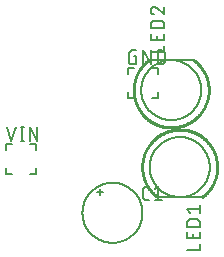
<source format=gbr>
G04 EAGLE Gerber X2 export*
%TF.Part,Single*%
%TF.FileFunction,Legend,Top,1*%
%TF.FilePolarity,Positive*%
%TF.GenerationSoftware,Autodesk,EAGLE,8.6.3*%
%TF.CreationDate,2018-02-24T21:50:36Z*%
G75*
%MOMM*%
%FSLAX34Y34*%
%LPD*%
%AMOC8*
5,1,8,0,0,1.08239X$1,22.5*%
G01*
%ADD10C,0.152400*%
%ADD11C,0.127000*%
%ADD12C,0.203200*%
%ADD13C,0.254000*%


D10*
X-10972Y-28644D02*
X-5892Y-28644D01*
X-8432Y-31184D02*
X-8432Y-26104D01*
X-23672Y-46424D02*
X-23664Y-45801D01*
X-23641Y-45178D01*
X-23603Y-44555D01*
X-23550Y-43934D01*
X-23481Y-43315D01*
X-23397Y-42697D01*
X-23298Y-42082D01*
X-23184Y-41469D01*
X-23055Y-40859D01*
X-22911Y-40252D01*
X-22752Y-39649D01*
X-22578Y-39051D01*
X-22390Y-38456D01*
X-22187Y-37867D01*
X-21970Y-37283D01*
X-21739Y-36704D01*
X-21493Y-36131D01*
X-21233Y-35564D01*
X-20960Y-35004D01*
X-20673Y-34451D01*
X-20372Y-33904D01*
X-20058Y-33366D01*
X-19731Y-32835D01*
X-19391Y-32313D01*
X-19039Y-31798D01*
X-18673Y-31293D01*
X-18296Y-30797D01*
X-17906Y-30310D01*
X-17505Y-29833D01*
X-17092Y-29366D01*
X-16668Y-28910D01*
X-16233Y-28463D01*
X-15786Y-28028D01*
X-15330Y-27604D01*
X-14863Y-27191D01*
X-14386Y-26790D01*
X-13899Y-26400D01*
X-13403Y-26023D01*
X-12898Y-25657D01*
X-12383Y-25305D01*
X-11861Y-24965D01*
X-11330Y-24638D01*
X-10792Y-24324D01*
X-10245Y-24023D01*
X-9692Y-23736D01*
X-9132Y-23463D01*
X-8565Y-23203D01*
X-7992Y-22957D01*
X-7413Y-22726D01*
X-6829Y-22509D01*
X-6240Y-22306D01*
X-5645Y-22118D01*
X-5047Y-21944D01*
X-4444Y-21785D01*
X-3837Y-21641D01*
X-3227Y-21512D01*
X-2614Y-21398D01*
X-1999Y-21299D01*
X-1381Y-21215D01*
X-762Y-21146D01*
X-141Y-21093D01*
X482Y-21055D01*
X1105Y-21032D01*
X1728Y-21024D01*
X2351Y-21032D01*
X2974Y-21055D01*
X3597Y-21093D01*
X4218Y-21146D01*
X4837Y-21215D01*
X5455Y-21299D01*
X6070Y-21398D01*
X6683Y-21512D01*
X7293Y-21641D01*
X7900Y-21785D01*
X8503Y-21944D01*
X9101Y-22118D01*
X9696Y-22306D01*
X10285Y-22509D01*
X10869Y-22726D01*
X11448Y-22957D01*
X12021Y-23203D01*
X12588Y-23463D01*
X13148Y-23736D01*
X13701Y-24023D01*
X14248Y-24324D01*
X14786Y-24638D01*
X15317Y-24965D01*
X15839Y-25305D01*
X16354Y-25657D01*
X16859Y-26023D01*
X17355Y-26400D01*
X17842Y-26790D01*
X18319Y-27191D01*
X18786Y-27604D01*
X19242Y-28028D01*
X19689Y-28463D01*
X20124Y-28910D01*
X20548Y-29366D01*
X20961Y-29833D01*
X21362Y-30310D01*
X21752Y-30797D01*
X22129Y-31293D01*
X22495Y-31798D01*
X22847Y-32313D01*
X23187Y-32835D01*
X23514Y-33366D01*
X23828Y-33904D01*
X24129Y-34451D01*
X24416Y-35004D01*
X24689Y-35564D01*
X24949Y-36131D01*
X25195Y-36704D01*
X25426Y-37283D01*
X25643Y-37867D01*
X25846Y-38456D01*
X26034Y-39051D01*
X26208Y-39649D01*
X26367Y-40252D01*
X26511Y-40859D01*
X26640Y-41469D01*
X26754Y-42082D01*
X26853Y-42697D01*
X26937Y-43315D01*
X27006Y-43934D01*
X27059Y-44555D01*
X27097Y-45178D01*
X27120Y-45801D01*
X27128Y-46424D01*
X27120Y-47047D01*
X27097Y-47670D01*
X27059Y-48293D01*
X27006Y-48914D01*
X26937Y-49533D01*
X26853Y-50151D01*
X26754Y-50766D01*
X26640Y-51379D01*
X26511Y-51989D01*
X26367Y-52596D01*
X26208Y-53199D01*
X26034Y-53797D01*
X25846Y-54392D01*
X25643Y-54981D01*
X25426Y-55565D01*
X25195Y-56144D01*
X24949Y-56717D01*
X24689Y-57284D01*
X24416Y-57844D01*
X24129Y-58397D01*
X23828Y-58944D01*
X23514Y-59482D01*
X23187Y-60013D01*
X22847Y-60535D01*
X22495Y-61050D01*
X22129Y-61555D01*
X21752Y-62051D01*
X21362Y-62538D01*
X20961Y-63015D01*
X20548Y-63482D01*
X20124Y-63938D01*
X19689Y-64385D01*
X19242Y-64820D01*
X18786Y-65244D01*
X18319Y-65657D01*
X17842Y-66058D01*
X17355Y-66448D01*
X16859Y-66825D01*
X16354Y-67191D01*
X15839Y-67543D01*
X15317Y-67883D01*
X14786Y-68210D01*
X14248Y-68524D01*
X13701Y-68825D01*
X13148Y-69112D01*
X12588Y-69385D01*
X12021Y-69645D01*
X11448Y-69891D01*
X10869Y-70122D01*
X10285Y-70339D01*
X9696Y-70542D01*
X9101Y-70730D01*
X8503Y-70904D01*
X7900Y-71063D01*
X7293Y-71207D01*
X6683Y-71336D01*
X6070Y-71450D01*
X5455Y-71549D01*
X4837Y-71633D01*
X4218Y-71702D01*
X3597Y-71755D01*
X2974Y-71793D01*
X2351Y-71816D01*
X1728Y-71824D01*
X1105Y-71816D01*
X482Y-71793D01*
X-141Y-71755D01*
X-762Y-71702D01*
X-1381Y-71633D01*
X-1999Y-71549D01*
X-2614Y-71450D01*
X-3227Y-71336D01*
X-3837Y-71207D01*
X-4444Y-71063D01*
X-5047Y-70904D01*
X-5645Y-70730D01*
X-6240Y-70542D01*
X-6829Y-70339D01*
X-7413Y-70122D01*
X-7992Y-69891D01*
X-8565Y-69645D01*
X-9132Y-69385D01*
X-9692Y-69112D01*
X-10245Y-68825D01*
X-10792Y-68524D01*
X-11330Y-68210D01*
X-11861Y-67883D01*
X-12383Y-67543D01*
X-12898Y-67191D01*
X-13403Y-66825D01*
X-13899Y-66448D01*
X-14386Y-66058D01*
X-14863Y-65657D01*
X-15330Y-65244D01*
X-15786Y-64820D01*
X-16233Y-64385D01*
X-16668Y-63938D01*
X-17092Y-63482D01*
X-17505Y-63015D01*
X-17906Y-62538D01*
X-18296Y-62051D01*
X-18673Y-61555D01*
X-19039Y-61050D01*
X-19391Y-60535D01*
X-19731Y-60013D01*
X-20058Y-59482D01*
X-20372Y-58944D01*
X-20673Y-58397D01*
X-20960Y-57844D01*
X-21233Y-57284D01*
X-21493Y-56717D01*
X-21739Y-56144D01*
X-21970Y-55565D01*
X-22187Y-54981D01*
X-22390Y-54392D01*
X-22578Y-53797D01*
X-22752Y-53199D01*
X-22911Y-52596D01*
X-23055Y-51989D01*
X-23184Y-51379D01*
X-23298Y-50766D01*
X-23397Y-50151D01*
X-23481Y-49533D01*
X-23550Y-48914D01*
X-23603Y-48293D01*
X-23641Y-47670D01*
X-23664Y-47047D01*
X-23672Y-46424D01*
D11*
X30303Y-35629D02*
X32843Y-35629D01*
X30303Y-35629D02*
X30203Y-35627D01*
X30104Y-35621D01*
X30004Y-35611D01*
X29906Y-35598D01*
X29807Y-35580D01*
X29710Y-35559D01*
X29614Y-35534D01*
X29518Y-35505D01*
X29424Y-35472D01*
X29331Y-35436D01*
X29240Y-35396D01*
X29150Y-35352D01*
X29062Y-35305D01*
X28976Y-35255D01*
X28892Y-35201D01*
X28810Y-35144D01*
X28731Y-35084D01*
X28653Y-35020D01*
X28579Y-34954D01*
X28507Y-34885D01*
X28438Y-34813D01*
X28372Y-34739D01*
X28308Y-34661D01*
X28248Y-34582D01*
X28191Y-34500D01*
X28137Y-34416D01*
X28087Y-34330D01*
X28040Y-34242D01*
X27996Y-34152D01*
X27956Y-34061D01*
X27920Y-33968D01*
X27887Y-33874D01*
X27858Y-33778D01*
X27833Y-33682D01*
X27812Y-33585D01*
X27794Y-33486D01*
X27781Y-33388D01*
X27771Y-33288D01*
X27765Y-33189D01*
X27763Y-33089D01*
X27763Y-26739D01*
X27765Y-26639D01*
X27771Y-26540D01*
X27781Y-26440D01*
X27794Y-26342D01*
X27812Y-26243D01*
X27833Y-26146D01*
X27858Y-26050D01*
X27887Y-25954D01*
X27920Y-25860D01*
X27956Y-25767D01*
X27996Y-25676D01*
X28040Y-25586D01*
X28087Y-25498D01*
X28137Y-25412D01*
X28191Y-25328D01*
X28248Y-25246D01*
X28308Y-25167D01*
X28372Y-25089D01*
X28438Y-25015D01*
X28507Y-24943D01*
X28579Y-24874D01*
X28653Y-24808D01*
X28731Y-24744D01*
X28810Y-24684D01*
X28892Y-24627D01*
X28976Y-24573D01*
X29062Y-24523D01*
X29150Y-24476D01*
X29240Y-24432D01*
X29331Y-24392D01*
X29424Y-24356D01*
X29518Y-24323D01*
X29614Y-24294D01*
X29710Y-24269D01*
X29807Y-24248D01*
X29906Y-24230D01*
X30004Y-24217D01*
X30104Y-24207D01*
X30203Y-24201D01*
X30303Y-24199D01*
X32843Y-24199D01*
X37325Y-26739D02*
X40500Y-24199D01*
X40500Y-35629D01*
X37325Y-35629D02*
X43675Y-35629D01*
D10*
X40344Y71292D02*
X40344Y76372D01*
X35264Y76372D01*
X20024Y76372D02*
X14944Y76372D01*
X14944Y71292D01*
X14944Y56052D02*
X14944Y50972D01*
X20024Y50972D01*
X35264Y50972D02*
X40344Y50972D01*
X40344Y56052D01*
D11*
X21929Y85897D02*
X20024Y85897D01*
X21929Y85897D02*
X21929Y79547D01*
X18119Y79547D01*
X18019Y79549D01*
X17920Y79555D01*
X17820Y79565D01*
X17722Y79578D01*
X17623Y79596D01*
X17526Y79617D01*
X17430Y79642D01*
X17334Y79671D01*
X17240Y79704D01*
X17147Y79740D01*
X17056Y79780D01*
X16966Y79824D01*
X16878Y79871D01*
X16792Y79921D01*
X16708Y79975D01*
X16626Y80032D01*
X16547Y80092D01*
X16469Y80156D01*
X16395Y80222D01*
X16323Y80291D01*
X16254Y80363D01*
X16188Y80437D01*
X16124Y80515D01*
X16064Y80594D01*
X16007Y80676D01*
X15953Y80760D01*
X15903Y80846D01*
X15856Y80934D01*
X15812Y81024D01*
X15772Y81115D01*
X15736Y81208D01*
X15703Y81302D01*
X15674Y81398D01*
X15649Y81494D01*
X15628Y81591D01*
X15610Y81690D01*
X15597Y81788D01*
X15587Y81888D01*
X15581Y81987D01*
X15579Y82087D01*
X15579Y88437D01*
X15581Y88537D01*
X15587Y88636D01*
X15597Y88736D01*
X15610Y88834D01*
X15628Y88933D01*
X15649Y89030D01*
X15674Y89126D01*
X15703Y89222D01*
X15736Y89316D01*
X15772Y89409D01*
X15812Y89500D01*
X15856Y89590D01*
X15903Y89678D01*
X15953Y89764D01*
X16007Y89848D01*
X16064Y89930D01*
X16124Y90009D01*
X16188Y90087D01*
X16254Y90161D01*
X16323Y90233D01*
X16395Y90302D01*
X16469Y90368D01*
X16547Y90432D01*
X16626Y90492D01*
X16708Y90549D01*
X16792Y90603D01*
X16878Y90653D01*
X16966Y90700D01*
X17056Y90744D01*
X17147Y90784D01*
X17240Y90820D01*
X17334Y90853D01*
X17430Y90882D01*
X17526Y90907D01*
X17623Y90928D01*
X17722Y90946D01*
X17820Y90959D01*
X17920Y90969D01*
X18019Y90975D01*
X18119Y90977D01*
X21929Y90977D01*
X27771Y90977D02*
X27771Y79547D01*
X34121Y79547D02*
X27771Y90977D01*
X34121Y90977D02*
X34121Y79547D01*
X39963Y79547D02*
X39963Y90977D01*
X43138Y90977D01*
X43249Y90975D01*
X43359Y90969D01*
X43470Y90960D01*
X43580Y90946D01*
X43689Y90929D01*
X43798Y90908D01*
X43906Y90883D01*
X44013Y90854D01*
X44119Y90822D01*
X44224Y90786D01*
X44327Y90746D01*
X44429Y90703D01*
X44530Y90656D01*
X44629Y90605D01*
X44726Y90552D01*
X44820Y90495D01*
X44913Y90434D01*
X45004Y90371D01*
X45093Y90304D01*
X45179Y90234D01*
X45262Y90161D01*
X45344Y90086D01*
X45422Y90008D01*
X45497Y89926D01*
X45570Y89843D01*
X45640Y89757D01*
X45707Y89668D01*
X45770Y89577D01*
X45831Y89484D01*
X45888Y89390D01*
X45941Y89293D01*
X45992Y89194D01*
X46039Y89093D01*
X46082Y88991D01*
X46122Y88888D01*
X46158Y88783D01*
X46190Y88677D01*
X46219Y88570D01*
X46244Y88462D01*
X46265Y88353D01*
X46282Y88244D01*
X46296Y88134D01*
X46305Y88023D01*
X46311Y87913D01*
X46313Y87802D01*
X46313Y82722D01*
X46311Y82611D01*
X46305Y82501D01*
X46296Y82390D01*
X46282Y82280D01*
X46265Y82171D01*
X46244Y82062D01*
X46219Y81954D01*
X46190Y81847D01*
X46158Y81741D01*
X46122Y81636D01*
X46082Y81533D01*
X46039Y81431D01*
X45992Y81330D01*
X45941Y81231D01*
X45888Y81134D01*
X45831Y81040D01*
X45770Y80947D01*
X45707Y80856D01*
X45640Y80767D01*
X45570Y80681D01*
X45497Y80598D01*
X45422Y80516D01*
X45344Y80438D01*
X45262Y80363D01*
X45179Y80290D01*
X45093Y80220D01*
X45004Y80153D01*
X44913Y80090D01*
X44820Y80029D01*
X44725Y79972D01*
X44629Y79919D01*
X44530Y79868D01*
X44429Y79821D01*
X44327Y79778D01*
X44224Y79738D01*
X44119Y79702D01*
X44013Y79670D01*
X43906Y79641D01*
X43798Y79616D01*
X43689Y79595D01*
X43580Y79578D01*
X43470Y79564D01*
X43359Y79555D01*
X43249Y79549D01*
X43138Y79547D01*
X39963Y79547D01*
D12*
X39638Y-33140D02*
X77738Y-33140D01*
D13*
X78354Y-32666D01*
X78959Y-32177D01*
X79551Y-31673D01*
X80131Y-31155D01*
X80698Y-30623D01*
X81252Y-30077D01*
X81792Y-29518D01*
X82318Y-28945D01*
X82831Y-28360D01*
X83328Y-27763D01*
X83811Y-27154D01*
X84279Y-26533D01*
X84732Y-25900D01*
X85169Y-25257D01*
X85590Y-24603D01*
X85994Y-23939D01*
X86383Y-23266D01*
X86755Y-22583D01*
X87110Y-21891D01*
X87448Y-21191D01*
X87769Y-20483D01*
X88072Y-19767D01*
X88358Y-19043D01*
X88626Y-18314D01*
X88876Y-17577D01*
X89107Y-16835D01*
X89321Y-16087D01*
X89516Y-15335D01*
X89693Y-14577D01*
X89851Y-13816D01*
X89991Y-13051D01*
X90111Y-12283D01*
X90213Y-11512D01*
X90296Y-10739D01*
X90360Y-9964D01*
X90405Y-9188D01*
X90431Y-8411D01*
X90438Y-7633D01*
X90426Y-6856D01*
X90395Y-6079D01*
X90344Y-5303D01*
X90275Y-4528D01*
X90187Y-3756D01*
X90080Y-2986D01*
X89954Y-2218D01*
X89810Y-1454D01*
X89646Y-694D01*
X89464Y62D01*
X89264Y813D01*
X89046Y1560D01*
X88809Y2300D01*
X88554Y3035D01*
X88281Y3763D01*
X87990Y4484D01*
X87682Y5198D01*
X87357Y5904D01*
X87014Y6602D01*
X86654Y7292D01*
X86278Y7972D01*
X85885Y8643D01*
X85475Y9304D01*
X85050Y9955D01*
X84609Y10595D01*
X84152Y11224D01*
X83680Y11842D01*
X83193Y12448D01*
X82691Y13042D01*
X82175Y13624D01*
X81645Y14193D01*
X81101Y14748D01*
X80543Y15291D01*
X79973Y15819D01*
X79390Y16333D01*
X78794Y16833D01*
X78186Y17318D01*
X77567Y17788D01*
X76936Y18242D01*
X76294Y18681D01*
X75642Y19105D01*
X74979Y19512D01*
X74307Y19903D01*
X73625Y20277D01*
X72935Y20634D01*
X72236Y20974D01*
X71528Y21298D01*
X70814Y21603D01*
X70091Y21892D01*
X69362Y22162D01*
X68627Y22414D01*
X67885Y22649D01*
X67138Y22865D01*
X66386Y23063D01*
X65630Y23242D01*
X64869Y23403D01*
X64105Y23545D01*
X63337Y23668D01*
X62566Y23772D01*
X61793Y23858D01*
X61019Y23924D01*
X60243Y23972D01*
X59466Y24000D01*
X58688Y24010D01*
X57910Y24000D01*
X57133Y23972D01*
X56357Y23924D01*
X55583Y23858D01*
X54810Y23772D01*
X54039Y23668D01*
X53271Y23545D01*
X52507Y23403D01*
X51746Y23242D01*
X50990Y23063D01*
X50238Y22865D01*
X49491Y22649D01*
X48749Y22414D01*
X48014Y22162D01*
X47285Y21892D01*
X46562Y21603D01*
X45848Y21298D01*
X45140Y20974D01*
X44441Y20634D01*
X43751Y20277D01*
X43069Y19903D01*
X42397Y19512D01*
X41734Y19105D01*
X41082Y18681D01*
X40440Y18242D01*
X39809Y17788D01*
X39190Y17318D01*
X38582Y16833D01*
X37986Y16333D01*
X37403Y15819D01*
X36833Y15291D01*
X36275Y14748D01*
X35731Y14193D01*
X35201Y13624D01*
X34685Y13042D01*
X34183Y12448D01*
X33696Y11842D01*
X33224Y11224D01*
X32767Y10595D01*
X32326Y9955D01*
X31901Y9304D01*
X31491Y8643D01*
X31098Y7972D01*
X30722Y7292D01*
X30362Y6602D01*
X30019Y5904D01*
X29694Y5198D01*
X29386Y4484D01*
X29095Y3763D01*
X28822Y3035D01*
X28567Y2300D01*
X28330Y1560D01*
X28112Y813D01*
X27912Y62D01*
X27730Y-694D01*
X27566Y-1454D01*
X27422Y-2218D01*
X27296Y-2986D01*
X27189Y-3756D01*
X27101Y-4528D01*
X27032Y-5303D01*
X26981Y-6079D01*
X26950Y-6856D01*
X26938Y-7633D01*
X26945Y-8411D01*
X26971Y-9188D01*
X27016Y-9964D01*
X27080Y-10739D01*
X27163Y-11512D01*
X27265Y-12283D01*
X27385Y-13051D01*
X27525Y-13816D01*
X27683Y-14577D01*
X27860Y-15335D01*
X28055Y-16087D01*
X28269Y-16835D01*
X28500Y-17577D01*
X28750Y-18314D01*
X29018Y-19043D01*
X29304Y-19767D01*
X29607Y-20483D01*
X29928Y-21191D01*
X30266Y-21891D01*
X30621Y-22583D01*
X30993Y-23266D01*
X31382Y-23939D01*
X31786Y-24603D01*
X32207Y-25257D01*
X32644Y-25900D01*
X33097Y-26533D01*
X33565Y-27154D01*
X34048Y-27763D01*
X34545Y-28360D01*
X35058Y-28945D01*
X35584Y-29518D01*
X36124Y-30077D01*
X36678Y-30623D01*
X37245Y-31155D01*
X37825Y-31673D01*
X38417Y-32177D01*
X39022Y-32666D01*
X39638Y-33140D01*
D10*
X33288Y-7740D02*
X33296Y-7117D01*
X33319Y-6494D01*
X33357Y-5871D01*
X33410Y-5250D01*
X33479Y-4631D01*
X33563Y-4013D01*
X33662Y-3398D01*
X33776Y-2785D01*
X33905Y-2175D01*
X34049Y-1568D01*
X34208Y-965D01*
X34382Y-367D01*
X34570Y228D01*
X34773Y817D01*
X34990Y1401D01*
X35221Y1980D01*
X35467Y2553D01*
X35727Y3120D01*
X36000Y3680D01*
X36287Y4233D01*
X36588Y4780D01*
X36902Y5318D01*
X37229Y5849D01*
X37569Y6371D01*
X37921Y6886D01*
X38287Y7391D01*
X38664Y7887D01*
X39054Y8374D01*
X39455Y8851D01*
X39868Y9318D01*
X40292Y9774D01*
X40727Y10221D01*
X41174Y10656D01*
X41630Y11080D01*
X42097Y11493D01*
X42574Y11894D01*
X43061Y12284D01*
X43557Y12661D01*
X44062Y13027D01*
X44577Y13379D01*
X45099Y13719D01*
X45630Y14046D01*
X46168Y14360D01*
X46715Y14661D01*
X47268Y14948D01*
X47828Y15221D01*
X48395Y15481D01*
X48968Y15727D01*
X49547Y15958D01*
X50131Y16175D01*
X50720Y16378D01*
X51315Y16566D01*
X51913Y16740D01*
X52516Y16899D01*
X53123Y17043D01*
X53733Y17172D01*
X54346Y17286D01*
X54961Y17385D01*
X55579Y17469D01*
X56198Y17538D01*
X56819Y17591D01*
X57442Y17629D01*
X58065Y17652D01*
X58688Y17660D01*
X59311Y17652D01*
X59934Y17629D01*
X60557Y17591D01*
X61178Y17538D01*
X61797Y17469D01*
X62415Y17385D01*
X63030Y17286D01*
X63643Y17172D01*
X64253Y17043D01*
X64860Y16899D01*
X65463Y16740D01*
X66061Y16566D01*
X66656Y16378D01*
X67245Y16175D01*
X67829Y15958D01*
X68408Y15727D01*
X68981Y15481D01*
X69548Y15221D01*
X70108Y14948D01*
X70661Y14661D01*
X71208Y14360D01*
X71746Y14046D01*
X72277Y13719D01*
X72799Y13379D01*
X73314Y13027D01*
X73819Y12661D01*
X74315Y12284D01*
X74802Y11894D01*
X75279Y11493D01*
X75746Y11080D01*
X76202Y10656D01*
X76649Y10221D01*
X77084Y9774D01*
X77508Y9318D01*
X77921Y8851D01*
X78322Y8374D01*
X78712Y7887D01*
X79089Y7391D01*
X79455Y6886D01*
X79807Y6371D01*
X80147Y5849D01*
X80474Y5318D01*
X80788Y4780D01*
X81089Y4233D01*
X81376Y3680D01*
X81649Y3120D01*
X81909Y2553D01*
X82155Y1980D01*
X82386Y1401D01*
X82603Y817D01*
X82806Y228D01*
X82994Y-367D01*
X83168Y-965D01*
X83327Y-1568D01*
X83471Y-2175D01*
X83600Y-2785D01*
X83714Y-3398D01*
X83813Y-4013D01*
X83897Y-4631D01*
X83966Y-5250D01*
X84019Y-5871D01*
X84057Y-6494D01*
X84080Y-7117D01*
X84088Y-7740D01*
X84080Y-8363D01*
X84057Y-8986D01*
X84019Y-9609D01*
X83966Y-10230D01*
X83897Y-10849D01*
X83813Y-11467D01*
X83714Y-12082D01*
X83600Y-12695D01*
X83471Y-13305D01*
X83327Y-13912D01*
X83168Y-14515D01*
X82994Y-15113D01*
X82806Y-15708D01*
X82603Y-16297D01*
X82386Y-16881D01*
X82155Y-17460D01*
X81909Y-18033D01*
X81649Y-18600D01*
X81376Y-19160D01*
X81089Y-19713D01*
X80788Y-20260D01*
X80474Y-20798D01*
X80147Y-21329D01*
X79807Y-21851D01*
X79455Y-22366D01*
X79089Y-22871D01*
X78712Y-23367D01*
X78322Y-23854D01*
X77921Y-24331D01*
X77508Y-24798D01*
X77084Y-25254D01*
X76649Y-25701D01*
X76202Y-26136D01*
X75746Y-26560D01*
X75279Y-26973D01*
X74802Y-27374D01*
X74315Y-27764D01*
X73819Y-28141D01*
X73314Y-28507D01*
X72799Y-28859D01*
X72277Y-29199D01*
X71746Y-29526D01*
X71208Y-29840D01*
X70661Y-30141D01*
X70108Y-30428D01*
X69548Y-30701D01*
X68981Y-30961D01*
X68408Y-31207D01*
X67829Y-31438D01*
X67245Y-31655D01*
X66656Y-31858D01*
X66061Y-32046D01*
X65463Y-32220D01*
X64860Y-32379D01*
X64253Y-32523D01*
X63643Y-32652D01*
X63030Y-32766D01*
X62415Y-32865D01*
X61797Y-32949D01*
X61178Y-33018D01*
X60557Y-33071D01*
X59934Y-33109D01*
X59311Y-33132D01*
X58688Y-33140D01*
X58065Y-33132D01*
X57442Y-33109D01*
X56819Y-33071D01*
X56198Y-33018D01*
X55579Y-32949D01*
X54961Y-32865D01*
X54346Y-32766D01*
X53733Y-32652D01*
X53123Y-32523D01*
X52516Y-32379D01*
X51913Y-32220D01*
X51315Y-32046D01*
X50720Y-31858D01*
X50131Y-31655D01*
X49547Y-31438D01*
X48968Y-31207D01*
X48395Y-30961D01*
X47828Y-30701D01*
X47268Y-30428D01*
X46715Y-30141D01*
X46168Y-29840D01*
X45630Y-29526D01*
X45099Y-29199D01*
X44577Y-28859D01*
X44062Y-28507D01*
X43557Y-28141D01*
X43061Y-27764D01*
X42574Y-27374D01*
X42097Y-26973D01*
X41630Y-26560D01*
X41174Y-26136D01*
X40727Y-25701D01*
X40292Y-25254D01*
X39868Y-24798D01*
X39455Y-24331D01*
X39054Y-23854D01*
X38664Y-23367D01*
X38287Y-22871D01*
X37921Y-22366D01*
X37569Y-21851D01*
X37229Y-21329D01*
X36902Y-20798D01*
X36588Y-20260D01*
X36287Y-19713D01*
X36000Y-19160D01*
X35727Y-18600D01*
X35467Y-18033D01*
X35221Y-17460D01*
X34990Y-16881D01*
X34773Y-16297D01*
X34570Y-15708D01*
X34382Y-15113D01*
X34208Y-14515D01*
X34049Y-13912D01*
X33905Y-13305D01*
X33776Y-12695D01*
X33662Y-12082D01*
X33563Y-11467D01*
X33479Y-10849D01*
X33410Y-10230D01*
X33357Y-9609D01*
X33319Y-8986D01*
X33296Y-8363D01*
X33288Y-7740D01*
D11*
X64657Y-78073D02*
X76087Y-78073D01*
X76087Y-72993D01*
X76087Y-68167D02*
X76087Y-63087D01*
X76087Y-68167D02*
X64657Y-68167D01*
X64657Y-63087D01*
X69737Y-64357D02*
X69737Y-68167D01*
X64657Y-58286D02*
X76087Y-58286D01*
X64657Y-58286D02*
X64657Y-55111D01*
X64659Y-55000D01*
X64665Y-54890D01*
X64674Y-54779D01*
X64688Y-54669D01*
X64705Y-54560D01*
X64726Y-54451D01*
X64751Y-54343D01*
X64780Y-54236D01*
X64812Y-54130D01*
X64848Y-54025D01*
X64888Y-53922D01*
X64931Y-53820D01*
X64978Y-53719D01*
X65029Y-53620D01*
X65082Y-53524D01*
X65139Y-53429D01*
X65200Y-53336D01*
X65263Y-53245D01*
X65330Y-53156D01*
X65400Y-53070D01*
X65473Y-52987D01*
X65548Y-52905D01*
X65626Y-52827D01*
X65708Y-52752D01*
X65791Y-52679D01*
X65877Y-52609D01*
X65966Y-52542D01*
X66057Y-52479D01*
X66150Y-52418D01*
X66245Y-52361D01*
X66341Y-52308D01*
X66440Y-52257D01*
X66541Y-52210D01*
X66643Y-52167D01*
X66746Y-52127D01*
X66851Y-52091D01*
X66957Y-52059D01*
X67064Y-52030D01*
X67172Y-52005D01*
X67281Y-51984D01*
X67390Y-51967D01*
X67500Y-51953D01*
X67611Y-51944D01*
X67721Y-51938D01*
X67832Y-51936D01*
X72912Y-51936D01*
X73023Y-51938D01*
X73133Y-51944D01*
X73244Y-51953D01*
X73354Y-51967D01*
X73463Y-51984D01*
X73572Y-52005D01*
X73680Y-52030D01*
X73787Y-52059D01*
X73893Y-52091D01*
X73998Y-52127D01*
X74101Y-52167D01*
X74203Y-52210D01*
X74304Y-52257D01*
X74403Y-52308D01*
X74500Y-52361D01*
X74594Y-52418D01*
X74687Y-52479D01*
X74778Y-52542D01*
X74867Y-52609D01*
X74953Y-52679D01*
X75036Y-52752D01*
X75118Y-52827D01*
X75196Y-52905D01*
X75271Y-52987D01*
X75344Y-53070D01*
X75414Y-53156D01*
X75481Y-53245D01*
X75544Y-53336D01*
X75605Y-53429D01*
X75662Y-53524D01*
X75715Y-53620D01*
X75766Y-53719D01*
X75813Y-53820D01*
X75856Y-53922D01*
X75896Y-54025D01*
X75932Y-54130D01*
X75964Y-54236D01*
X75993Y-54343D01*
X76018Y-54451D01*
X76039Y-54560D01*
X76056Y-54669D01*
X76070Y-54779D01*
X76079Y-54890D01*
X76085Y-55000D01*
X76087Y-55111D01*
X76087Y-58286D01*
X67197Y-46475D02*
X64657Y-43300D01*
X76087Y-43300D01*
X76087Y-46475D02*
X76087Y-40125D01*
D12*
X70507Y82933D02*
X32407Y82933D01*
D13*
X31791Y82459D01*
X31186Y81970D01*
X30594Y81466D01*
X30014Y80948D01*
X29447Y80416D01*
X28893Y79870D01*
X28353Y79311D01*
X27827Y78738D01*
X27314Y78153D01*
X26817Y77556D01*
X26334Y76947D01*
X25866Y76326D01*
X25413Y75693D01*
X24976Y75050D01*
X24555Y74396D01*
X24151Y73732D01*
X23762Y73059D01*
X23390Y72376D01*
X23035Y71684D01*
X22697Y70984D01*
X22376Y70276D01*
X22073Y69560D01*
X21787Y68836D01*
X21519Y68107D01*
X21269Y67370D01*
X21038Y66628D01*
X20824Y65880D01*
X20629Y65128D01*
X20452Y64370D01*
X20294Y63609D01*
X20154Y62844D01*
X20034Y62076D01*
X19932Y61305D01*
X19849Y60532D01*
X19785Y59757D01*
X19740Y58981D01*
X19714Y58204D01*
X19707Y57426D01*
X19719Y56649D01*
X19750Y55872D01*
X19801Y55096D01*
X19870Y54321D01*
X19958Y53549D01*
X20065Y52779D01*
X20191Y52011D01*
X20335Y51247D01*
X20499Y50487D01*
X20681Y49731D01*
X20881Y48980D01*
X21099Y48233D01*
X21336Y47493D01*
X21591Y46758D01*
X21864Y46030D01*
X22155Y45309D01*
X22463Y44595D01*
X22788Y43889D01*
X23131Y43191D01*
X23491Y42501D01*
X23867Y41821D01*
X24260Y41150D01*
X24670Y40489D01*
X25095Y39838D01*
X25536Y39198D01*
X25993Y38569D01*
X26465Y37951D01*
X26952Y37345D01*
X27454Y36751D01*
X27970Y36169D01*
X28500Y35600D01*
X29044Y35045D01*
X29602Y34502D01*
X30172Y33974D01*
X30755Y33460D01*
X31351Y32960D01*
X31959Y32475D01*
X32578Y32005D01*
X33209Y31551D01*
X33851Y31112D01*
X34503Y30688D01*
X35166Y30281D01*
X35838Y29890D01*
X36520Y29516D01*
X37210Y29159D01*
X37909Y28819D01*
X38617Y28495D01*
X39331Y28190D01*
X40054Y27901D01*
X40783Y27631D01*
X41518Y27379D01*
X42260Y27144D01*
X43007Y26928D01*
X43759Y26730D01*
X44515Y26551D01*
X45276Y26390D01*
X46040Y26248D01*
X46808Y26125D01*
X47579Y26021D01*
X48352Y25935D01*
X49126Y25869D01*
X49902Y25821D01*
X50679Y25793D01*
X51457Y25783D01*
X52235Y25793D01*
X53012Y25821D01*
X53788Y25869D01*
X54562Y25935D01*
X55335Y26021D01*
X56106Y26125D01*
X56874Y26248D01*
X57638Y26390D01*
X58399Y26551D01*
X59155Y26730D01*
X59907Y26928D01*
X60654Y27144D01*
X61396Y27379D01*
X62131Y27631D01*
X62860Y27901D01*
X63583Y28190D01*
X64297Y28495D01*
X65005Y28819D01*
X65704Y29159D01*
X66394Y29516D01*
X67076Y29890D01*
X67748Y30281D01*
X68411Y30688D01*
X69063Y31112D01*
X69705Y31551D01*
X70336Y32005D01*
X70955Y32475D01*
X71563Y32960D01*
X72159Y33460D01*
X72742Y33974D01*
X73312Y34502D01*
X73870Y35045D01*
X74414Y35600D01*
X74944Y36169D01*
X75460Y36751D01*
X75962Y37345D01*
X76449Y37951D01*
X76921Y38569D01*
X77378Y39198D01*
X77819Y39838D01*
X78244Y40489D01*
X78654Y41150D01*
X79047Y41821D01*
X79423Y42501D01*
X79783Y43191D01*
X80126Y43889D01*
X80451Y44595D01*
X80759Y45309D01*
X81050Y46030D01*
X81323Y46758D01*
X81578Y47493D01*
X81815Y48233D01*
X82033Y48980D01*
X82233Y49731D01*
X82415Y50487D01*
X82579Y51247D01*
X82723Y52011D01*
X82849Y52779D01*
X82956Y53549D01*
X83044Y54321D01*
X83113Y55096D01*
X83164Y55872D01*
X83195Y56649D01*
X83207Y57426D01*
X83200Y58204D01*
X83174Y58981D01*
X83129Y59757D01*
X83065Y60532D01*
X82982Y61305D01*
X82880Y62076D01*
X82760Y62844D01*
X82620Y63609D01*
X82462Y64370D01*
X82285Y65128D01*
X82090Y65880D01*
X81876Y66628D01*
X81645Y67370D01*
X81395Y68107D01*
X81127Y68836D01*
X80841Y69560D01*
X80538Y70276D01*
X80217Y70984D01*
X79879Y71684D01*
X79524Y72376D01*
X79152Y73059D01*
X78763Y73732D01*
X78359Y74396D01*
X77938Y75050D01*
X77501Y75693D01*
X77048Y76326D01*
X76580Y76947D01*
X76097Y77556D01*
X75600Y78153D01*
X75087Y78738D01*
X74561Y79311D01*
X74021Y79870D01*
X73467Y80416D01*
X72900Y80948D01*
X72320Y81466D01*
X71728Y81970D01*
X71123Y82459D01*
X70507Y82933D01*
D10*
X26057Y57533D02*
X26065Y58156D01*
X26088Y58779D01*
X26126Y59402D01*
X26179Y60023D01*
X26248Y60642D01*
X26332Y61260D01*
X26431Y61875D01*
X26545Y62488D01*
X26674Y63098D01*
X26818Y63705D01*
X26977Y64308D01*
X27151Y64906D01*
X27339Y65501D01*
X27542Y66090D01*
X27759Y66674D01*
X27990Y67253D01*
X28236Y67826D01*
X28496Y68393D01*
X28769Y68953D01*
X29056Y69506D01*
X29357Y70053D01*
X29671Y70591D01*
X29998Y71122D01*
X30338Y71644D01*
X30690Y72159D01*
X31056Y72664D01*
X31433Y73160D01*
X31823Y73647D01*
X32224Y74124D01*
X32637Y74591D01*
X33061Y75047D01*
X33496Y75494D01*
X33943Y75929D01*
X34399Y76353D01*
X34866Y76766D01*
X35343Y77167D01*
X35830Y77557D01*
X36326Y77934D01*
X36831Y78300D01*
X37346Y78652D01*
X37868Y78992D01*
X38399Y79319D01*
X38937Y79633D01*
X39484Y79934D01*
X40037Y80221D01*
X40597Y80494D01*
X41164Y80754D01*
X41737Y81000D01*
X42316Y81231D01*
X42900Y81448D01*
X43489Y81651D01*
X44084Y81839D01*
X44682Y82013D01*
X45285Y82172D01*
X45892Y82316D01*
X46502Y82445D01*
X47115Y82559D01*
X47730Y82658D01*
X48348Y82742D01*
X48967Y82811D01*
X49588Y82864D01*
X50211Y82902D01*
X50834Y82925D01*
X51457Y82933D01*
X52080Y82925D01*
X52703Y82902D01*
X53326Y82864D01*
X53947Y82811D01*
X54566Y82742D01*
X55184Y82658D01*
X55799Y82559D01*
X56412Y82445D01*
X57022Y82316D01*
X57629Y82172D01*
X58232Y82013D01*
X58830Y81839D01*
X59425Y81651D01*
X60014Y81448D01*
X60598Y81231D01*
X61177Y81000D01*
X61750Y80754D01*
X62317Y80494D01*
X62877Y80221D01*
X63430Y79934D01*
X63977Y79633D01*
X64515Y79319D01*
X65046Y78992D01*
X65568Y78652D01*
X66083Y78300D01*
X66588Y77934D01*
X67084Y77557D01*
X67571Y77167D01*
X68048Y76766D01*
X68515Y76353D01*
X68971Y75929D01*
X69418Y75494D01*
X69853Y75047D01*
X70277Y74591D01*
X70690Y74124D01*
X71091Y73647D01*
X71481Y73160D01*
X71858Y72664D01*
X72224Y72159D01*
X72576Y71644D01*
X72916Y71122D01*
X73243Y70591D01*
X73557Y70053D01*
X73858Y69506D01*
X74145Y68953D01*
X74418Y68393D01*
X74678Y67826D01*
X74924Y67253D01*
X75155Y66674D01*
X75372Y66090D01*
X75575Y65501D01*
X75763Y64906D01*
X75937Y64308D01*
X76096Y63705D01*
X76240Y63098D01*
X76369Y62488D01*
X76483Y61875D01*
X76582Y61260D01*
X76666Y60642D01*
X76735Y60023D01*
X76788Y59402D01*
X76826Y58779D01*
X76849Y58156D01*
X76857Y57533D01*
X76849Y56910D01*
X76826Y56287D01*
X76788Y55664D01*
X76735Y55043D01*
X76666Y54424D01*
X76582Y53806D01*
X76483Y53191D01*
X76369Y52578D01*
X76240Y51968D01*
X76096Y51361D01*
X75937Y50758D01*
X75763Y50160D01*
X75575Y49565D01*
X75372Y48976D01*
X75155Y48392D01*
X74924Y47813D01*
X74678Y47240D01*
X74418Y46673D01*
X74145Y46113D01*
X73858Y45560D01*
X73557Y45013D01*
X73243Y44475D01*
X72916Y43944D01*
X72576Y43422D01*
X72224Y42907D01*
X71858Y42402D01*
X71481Y41906D01*
X71091Y41419D01*
X70690Y40942D01*
X70277Y40475D01*
X69853Y40019D01*
X69418Y39572D01*
X68971Y39137D01*
X68515Y38713D01*
X68048Y38300D01*
X67571Y37899D01*
X67084Y37509D01*
X66588Y37132D01*
X66083Y36766D01*
X65568Y36414D01*
X65046Y36074D01*
X64515Y35747D01*
X63977Y35433D01*
X63430Y35132D01*
X62877Y34845D01*
X62317Y34572D01*
X61750Y34312D01*
X61177Y34066D01*
X60598Y33835D01*
X60014Y33618D01*
X59425Y33415D01*
X58830Y33227D01*
X58232Y33053D01*
X57629Y32894D01*
X57022Y32750D01*
X56412Y32621D01*
X55799Y32507D01*
X55184Y32408D01*
X54566Y32324D01*
X53947Y32255D01*
X53326Y32202D01*
X52703Y32164D01*
X52080Y32141D01*
X51457Y32133D01*
X50834Y32141D01*
X50211Y32164D01*
X49588Y32202D01*
X48967Y32255D01*
X48348Y32324D01*
X47730Y32408D01*
X47115Y32507D01*
X46502Y32621D01*
X45892Y32750D01*
X45285Y32894D01*
X44682Y33053D01*
X44084Y33227D01*
X43489Y33415D01*
X42900Y33618D01*
X42316Y33835D01*
X41737Y34066D01*
X41164Y34312D01*
X40597Y34572D01*
X40037Y34845D01*
X39484Y35132D01*
X38937Y35433D01*
X38399Y35747D01*
X37868Y36074D01*
X37346Y36414D01*
X36831Y36766D01*
X36326Y37132D01*
X35830Y37509D01*
X35343Y37899D01*
X34866Y38300D01*
X34399Y38713D01*
X33943Y39137D01*
X33496Y39572D01*
X33061Y40019D01*
X32637Y40475D01*
X32224Y40942D01*
X31823Y41419D01*
X31433Y41906D01*
X31056Y42402D01*
X30690Y42907D01*
X30338Y43422D01*
X29998Y43944D01*
X29671Y44475D01*
X29357Y45013D01*
X29056Y45560D01*
X28769Y46113D01*
X28496Y46673D01*
X28236Y47240D01*
X27990Y47813D01*
X27759Y48392D01*
X27542Y48976D01*
X27339Y49565D01*
X27151Y50160D01*
X26977Y50758D01*
X26818Y51361D01*
X26674Y51968D01*
X26545Y52578D01*
X26431Y53191D01*
X26332Y53806D01*
X26248Y54424D01*
X26179Y55043D01*
X26126Y55664D01*
X26088Y56287D01*
X26065Y56910D01*
X26057Y57533D01*
D11*
X34058Y89918D02*
X45488Y89918D01*
X45488Y94998D01*
X45488Y99824D02*
X45488Y104904D01*
X45488Y99824D02*
X34058Y99824D01*
X34058Y104904D01*
X39138Y103634D02*
X39138Y99824D01*
X34058Y109705D02*
X45488Y109705D01*
X34058Y109705D02*
X34058Y112880D01*
X34060Y112991D01*
X34066Y113101D01*
X34075Y113212D01*
X34089Y113322D01*
X34106Y113431D01*
X34127Y113540D01*
X34152Y113648D01*
X34181Y113755D01*
X34213Y113861D01*
X34249Y113966D01*
X34289Y114069D01*
X34332Y114171D01*
X34379Y114272D01*
X34430Y114371D01*
X34483Y114468D01*
X34540Y114562D01*
X34601Y114655D01*
X34664Y114746D01*
X34731Y114835D01*
X34801Y114921D01*
X34874Y115004D01*
X34949Y115086D01*
X35027Y115164D01*
X35109Y115239D01*
X35192Y115312D01*
X35278Y115382D01*
X35367Y115449D01*
X35458Y115512D01*
X35551Y115573D01*
X35646Y115630D01*
X35742Y115683D01*
X35841Y115734D01*
X35942Y115781D01*
X36044Y115824D01*
X36147Y115864D01*
X36252Y115900D01*
X36358Y115932D01*
X36465Y115961D01*
X36573Y115986D01*
X36682Y116007D01*
X36791Y116024D01*
X36901Y116038D01*
X37012Y116047D01*
X37122Y116053D01*
X37233Y116055D01*
X42313Y116055D01*
X42424Y116053D01*
X42534Y116047D01*
X42645Y116038D01*
X42755Y116024D01*
X42864Y116007D01*
X42973Y115986D01*
X43081Y115961D01*
X43188Y115932D01*
X43294Y115900D01*
X43399Y115864D01*
X43502Y115824D01*
X43604Y115781D01*
X43705Y115734D01*
X43804Y115683D01*
X43901Y115630D01*
X43995Y115573D01*
X44088Y115512D01*
X44179Y115449D01*
X44268Y115382D01*
X44354Y115312D01*
X44437Y115239D01*
X44519Y115164D01*
X44597Y115086D01*
X44672Y115004D01*
X44745Y114921D01*
X44815Y114835D01*
X44882Y114746D01*
X44945Y114655D01*
X45006Y114562D01*
X45063Y114468D01*
X45116Y114371D01*
X45167Y114272D01*
X45214Y114171D01*
X45257Y114069D01*
X45297Y113966D01*
X45333Y113861D01*
X45365Y113755D01*
X45394Y113648D01*
X45419Y113540D01*
X45440Y113431D01*
X45457Y113322D01*
X45471Y113212D01*
X45480Y113101D01*
X45486Y112991D01*
X45488Y112880D01*
X45488Y109705D01*
X34057Y125008D02*
X34059Y125112D01*
X34065Y125217D01*
X34074Y125321D01*
X34087Y125424D01*
X34105Y125527D01*
X34125Y125629D01*
X34150Y125731D01*
X34178Y125831D01*
X34210Y125931D01*
X34246Y126029D01*
X34285Y126126D01*
X34327Y126221D01*
X34373Y126315D01*
X34423Y126407D01*
X34475Y126497D01*
X34531Y126585D01*
X34591Y126671D01*
X34653Y126755D01*
X34718Y126836D01*
X34786Y126915D01*
X34858Y126992D01*
X34931Y127065D01*
X35008Y127137D01*
X35087Y127205D01*
X35168Y127270D01*
X35252Y127332D01*
X35338Y127392D01*
X35426Y127448D01*
X35516Y127500D01*
X35608Y127550D01*
X35702Y127596D01*
X35797Y127638D01*
X35894Y127677D01*
X35992Y127713D01*
X36092Y127745D01*
X36192Y127773D01*
X36294Y127798D01*
X36396Y127818D01*
X36499Y127836D01*
X36602Y127849D01*
X36706Y127858D01*
X36811Y127864D01*
X36915Y127866D01*
X34058Y125008D02*
X34060Y124890D01*
X34066Y124771D01*
X34075Y124653D01*
X34088Y124536D01*
X34106Y124419D01*
X34126Y124302D01*
X34151Y124186D01*
X34179Y124071D01*
X34212Y123958D01*
X34247Y123845D01*
X34287Y123733D01*
X34329Y123623D01*
X34376Y123514D01*
X34426Y123406D01*
X34479Y123301D01*
X34536Y123197D01*
X34596Y123095D01*
X34659Y122995D01*
X34726Y122897D01*
X34795Y122801D01*
X34868Y122708D01*
X34944Y122617D01*
X35022Y122528D01*
X35104Y122442D01*
X35188Y122359D01*
X35274Y122278D01*
X35364Y122201D01*
X35455Y122126D01*
X35549Y122054D01*
X35646Y121985D01*
X35744Y121920D01*
X35845Y121857D01*
X35948Y121798D01*
X36052Y121742D01*
X36158Y121690D01*
X36266Y121641D01*
X36375Y121596D01*
X36486Y121554D01*
X36598Y121516D01*
X39137Y126914D02*
X39062Y126990D01*
X38983Y127065D01*
X38902Y127136D01*
X38818Y127205D01*
X38732Y127270D01*
X38644Y127332D01*
X38554Y127392D01*
X38462Y127448D01*
X38367Y127501D01*
X38271Y127550D01*
X38173Y127596D01*
X38074Y127639D01*
X37973Y127678D01*
X37871Y127713D01*
X37768Y127745D01*
X37664Y127773D01*
X37559Y127798D01*
X37452Y127819D01*
X37346Y127836D01*
X37239Y127849D01*
X37131Y127858D01*
X37023Y127864D01*
X36915Y127866D01*
X39138Y126913D02*
X45488Y121516D01*
X45488Y127866D01*
D10*
X-62804Y11432D02*
X-62804Y6352D01*
X-62804Y11432D02*
X-67884Y11432D01*
X-83124Y11432D02*
X-88204Y11432D01*
X-88204Y6352D01*
X-88204Y-8888D02*
X-88204Y-13968D01*
X-83124Y-13968D01*
X-67884Y-13968D02*
X-62804Y-13968D01*
X-62804Y-8888D01*
D11*
X-83759Y14607D02*
X-87569Y26037D01*
X-79949Y26037D02*
X-83759Y14607D01*
X-74615Y14607D02*
X-74615Y26037D01*
X-75885Y14607D02*
X-73345Y14607D01*
X-73345Y26037D02*
X-75885Y26037D01*
X-68265Y26037D02*
X-68265Y14607D01*
X-61915Y14607D02*
X-68265Y26037D01*
X-61915Y26037D02*
X-61915Y14607D01*
M02*

</source>
